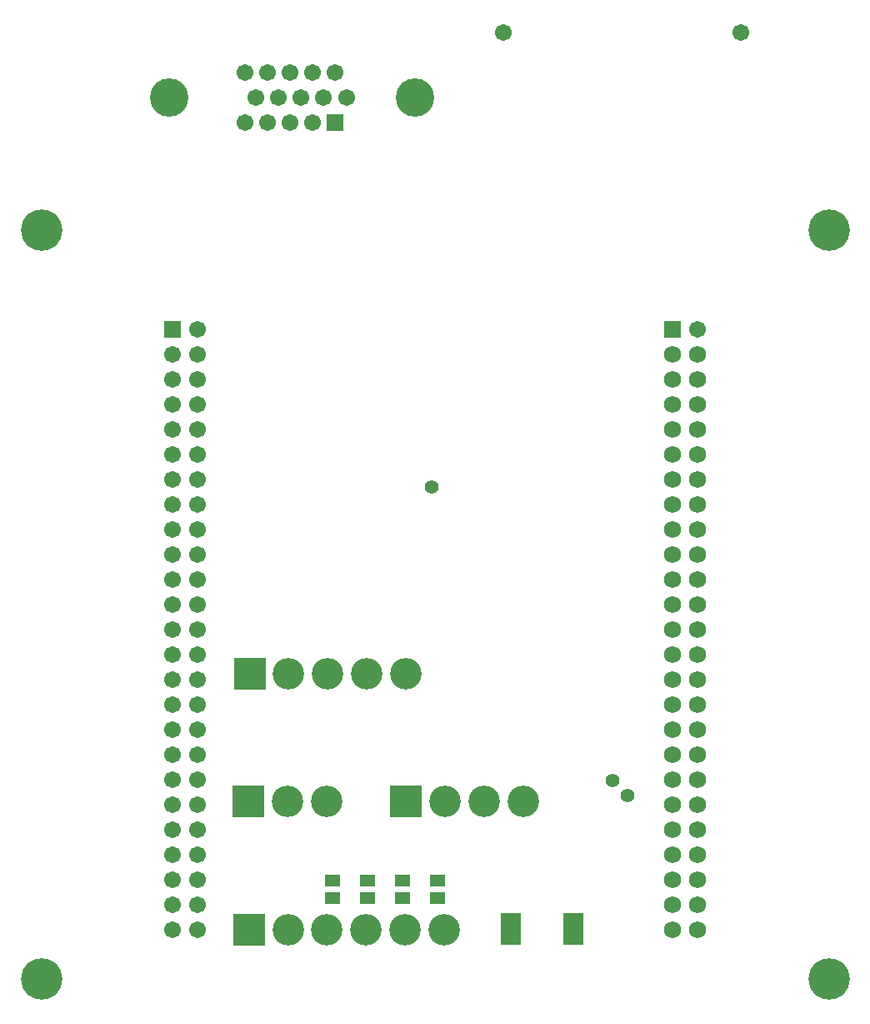
<source format=gts>
G04 Layer_Color=8388736*
%FSAX24Y24*%
%MOIN*%
G70*
G01*
G75*
%ADD42R,0.0631X0.0513*%
%ADD43R,0.0848X0.1281*%
%ADD44C,0.1655*%
%ADD45C,0.1261*%
%ADD46R,0.1261X0.1261*%
%ADD47C,0.0671*%
%ADD48C,0.1537*%
%ADD49R,0.0671X0.0671*%
%ADD50C,0.0680*%
%ADD51R,0.0671X0.0671*%
%ADD52C,0.0552*%
D42*
X032973Y026555D02*
D03*
Y025866D02*
D03*
X031573Y026555D02*
D03*
Y025866D02*
D03*
X030173Y026555D02*
D03*
Y025866D02*
D03*
X028773Y026555D02*
D03*
Y025866D02*
D03*
D43*
X035923Y024610D02*
D03*
X038423D02*
D03*
D44*
X048638Y052549D02*
D03*
X017142D02*
D03*
X048638Y022628D02*
D03*
X017142D02*
D03*
D45*
X026984Y029714D02*
D03*
X028543D02*
D03*
X030150Y034832D02*
D03*
X028591D02*
D03*
X027031D02*
D03*
X031709D02*
D03*
X033244Y024596D02*
D03*
X030126D02*
D03*
X028567D02*
D03*
X027008D02*
D03*
X031685D02*
D03*
X036409Y029714D02*
D03*
X034850D02*
D03*
X033291D02*
D03*
D46*
X025425D02*
D03*
X025472Y034832D02*
D03*
X025449Y024596D02*
D03*
X031732Y029714D02*
D03*
D47*
X045134Y060470D02*
D03*
X035606D02*
D03*
X028886Y058864D02*
D03*
X027984D02*
D03*
X027083D02*
D03*
X026181D02*
D03*
X025280D02*
D03*
X028435Y057864D02*
D03*
X027533D02*
D03*
X026632D02*
D03*
X025730D02*
D03*
X029337D02*
D03*
X025279Y056864D02*
D03*
X027984D02*
D03*
X027083D02*
D03*
X026181D02*
D03*
X023390Y048604D02*
D03*
X022390Y047604D02*
D03*
X023390D02*
D03*
X022390Y046604D02*
D03*
X023390D02*
D03*
X022390Y045604D02*
D03*
X023390D02*
D03*
X022390Y044604D02*
D03*
X023390D02*
D03*
X022390Y043604D02*
D03*
X023390D02*
D03*
X022390Y042604D02*
D03*
X023390D02*
D03*
X022390Y041604D02*
D03*
X023390D02*
D03*
X022390Y040604D02*
D03*
X023390D02*
D03*
X022390Y039604D02*
D03*
X023390D02*
D03*
X022390Y038604D02*
D03*
X023390D02*
D03*
X022390Y037604D02*
D03*
X023390D02*
D03*
X022390Y036604D02*
D03*
X023390D02*
D03*
X022390Y035604D02*
D03*
X023390D02*
D03*
X022390Y034604D02*
D03*
X023390D02*
D03*
X022390Y033604D02*
D03*
X023390D02*
D03*
X022390Y032604D02*
D03*
X023390D02*
D03*
X022390Y031604D02*
D03*
X023390D02*
D03*
X022390Y030604D02*
D03*
X023390D02*
D03*
X022390Y029604D02*
D03*
X023390D02*
D03*
X022390Y028604D02*
D03*
X023390D02*
D03*
X022390Y027604D02*
D03*
X023390D02*
D03*
X022390Y026604D02*
D03*
X023390D02*
D03*
X022390Y025604D02*
D03*
X023390D02*
D03*
X022390Y024604D02*
D03*
X023390D02*
D03*
X043390Y048604D02*
D03*
D48*
X032102Y057864D02*
D03*
X022260D02*
D03*
D49*
X028886Y056864D02*
D03*
D50*
X043390Y024604D02*
D03*
X042390D02*
D03*
X043390Y025604D02*
D03*
X042390D02*
D03*
X043390Y026604D02*
D03*
X042390D02*
D03*
X043390Y027604D02*
D03*
X042390D02*
D03*
X043390Y028604D02*
D03*
X042390D02*
D03*
X043390Y029604D02*
D03*
X042390D02*
D03*
X043390Y030604D02*
D03*
X042390D02*
D03*
X043390Y031604D02*
D03*
X042390D02*
D03*
X043390Y032604D02*
D03*
X042390D02*
D03*
X043390Y033604D02*
D03*
X042390D02*
D03*
X043390Y034604D02*
D03*
X042390D02*
D03*
X043390Y035604D02*
D03*
X042390D02*
D03*
X043390Y036604D02*
D03*
X042390D02*
D03*
X043390Y037604D02*
D03*
X042390D02*
D03*
X043390Y038604D02*
D03*
X042390D02*
D03*
X043390Y039604D02*
D03*
X042390D02*
D03*
X043390Y040604D02*
D03*
X042390D02*
D03*
X043390Y041604D02*
D03*
X042390D02*
D03*
X043390Y042604D02*
D03*
X042390D02*
D03*
X043390Y043604D02*
D03*
X042390D02*
D03*
X043390Y044604D02*
D03*
X042390D02*
D03*
X043390Y045604D02*
D03*
X042390D02*
D03*
X043390Y046604D02*
D03*
X042390D02*
D03*
X043390Y047604D02*
D03*
X042390D02*
D03*
D51*
X022390Y048604D02*
D03*
X042390D02*
D03*
D52*
X040000Y030550D02*
D03*
X040600Y029950D02*
D03*
X032750Y042300D02*
D03*
M02*

</source>
